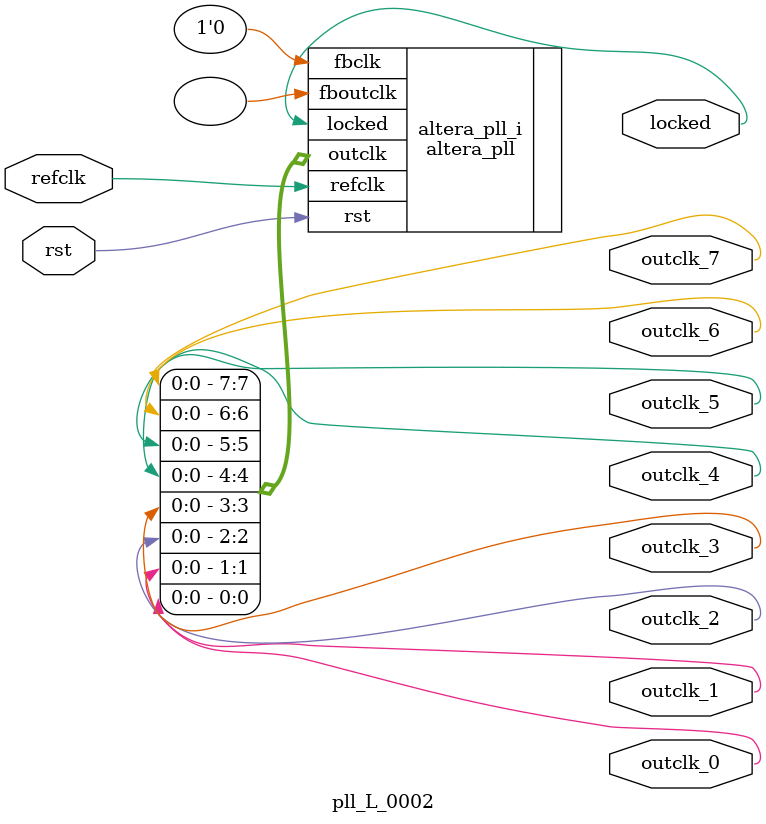
<source format=v>
`timescale 1ns/10ps
module  pll_L_0002(

	// interface 'refclk'
	input wire refclk,

	// interface 'reset'
	input wire rst,

	// interface 'outclk0'
	output wire outclk_0,

	// interface 'outclk1'
	output wire outclk_1,

	// interface 'outclk2'
	output wire outclk_2,

	// interface 'outclk3'
	output wire outclk_3,

	// interface 'outclk4'
	output wire outclk_4,

	// interface 'outclk5'
	output wire outclk_5,

	// interface 'outclk6'
	output wire outclk_6,

	// interface 'outclk7'
	output wire outclk_7,

	// interface 'locked'
	output wire locked
);

	altera_pll #(
		.fractional_vco_multiplier("false"),
		.reference_clock_frequency("50.0 MHz"),
		.operation_mode("direct"),
		.number_of_clocks(8),
		.output_clock_frequency0("2.500000 MHz"),
		.phase_shift0("0 ps"),
		.duty_cycle0(50),
		.output_clock_frequency1("5.000000 MHz"),
		.phase_shift1("0 ps"),
		.duty_cycle1(50),
		.output_clock_frequency2("7.000000 MHz"),
		.phase_shift2("0 ps"),
		.duty_cycle2(50),
		.output_clock_frequency3("10.000000 MHz"),
		.phase_shift3("0 ps"),
		.duty_cycle3(50),
		.output_clock_frequency4("17.000000 MHz"),
		.phase_shift4("0 ps"),
		.duty_cycle4(50),
		.output_clock_frequency5("24.791666 MHz"),
		.phase_shift5("0 ps"),
		.duty_cycle5(50),
		.output_clock_frequency6("34.000000 MHz"),
		.phase_shift6("0 ps"),
		.duty_cycle6(50),
		.output_clock_frequency7("49.583333 MHz"),
		.phase_shift7("0 ps"),
		.duty_cycle7(50),
		.output_clock_frequency8("0 MHz"),
		.phase_shift8("0 ps"),
		.duty_cycle8(50),
		.output_clock_frequency9("0 MHz"),
		.phase_shift9("0 ps"),
		.duty_cycle9(50),
		.output_clock_frequency10("0 MHz"),
		.phase_shift10("0 ps"),
		.duty_cycle10(50),
		.output_clock_frequency11("0 MHz"),
		.phase_shift11("0 ps"),
		.duty_cycle11(50),
		.output_clock_frequency12("0 MHz"),
		.phase_shift12("0 ps"),
		.duty_cycle12(50),
		.output_clock_frequency13("0 MHz"),
		.phase_shift13("0 ps"),
		.duty_cycle13(50),
		.output_clock_frequency14("0 MHz"),
		.phase_shift14("0 ps"),
		.duty_cycle14(50),
		.output_clock_frequency15("0 MHz"),
		.phase_shift15("0 ps"),
		.duty_cycle15(50),
		.output_clock_frequency16("0 MHz"),
		.phase_shift16("0 ps"),
		.duty_cycle16(50),
		.output_clock_frequency17("0 MHz"),
		.phase_shift17("0 ps"),
		.duty_cycle17(50),
		.pll_type("General"),
		.pll_subtype("General")
	) altera_pll_i (
		.rst	(rst),
		.outclk	({outclk_7, outclk_6, outclk_5, outclk_4, outclk_3, outclk_2, outclk_1, outclk_0}),
		.locked	(locked),
		.fboutclk	( ),
		.fbclk	(1'b0),
		.refclk	(refclk)
	);
endmodule


</source>
